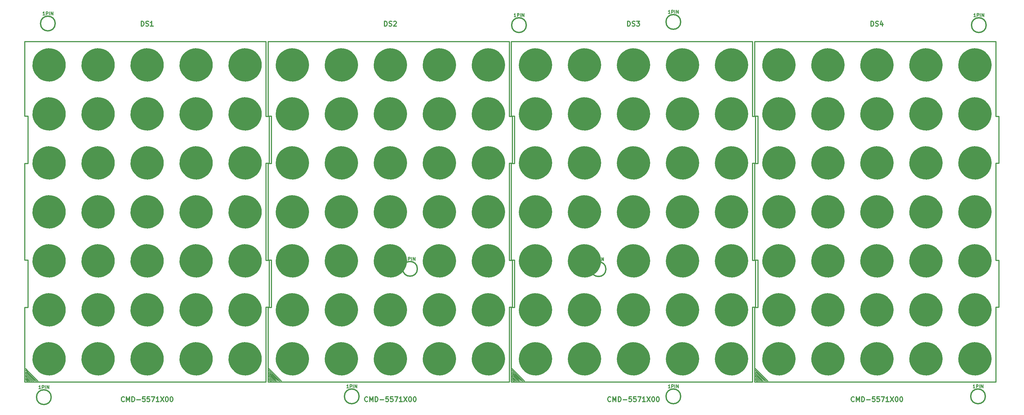
<source format=gto>
G04 (created by PCBNEW (2013-07-07 BZR 4022)-stable) date 12/25/2014 10:33:01 AM*
%MOIN*%
G04 Gerber Fmt 3.4, Leading zero omitted, Abs format*
%FSLAX34Y34*%
G01*
G70*
G90*
G04 APERTURE LIST*
%ADD10C,0.00590551*%
%ADD11C,0.015*%
%ADD12C,0.011811*%
%ADD13C,0.0393701*%
%ADD14C,0.393701*%
%ADD15C,0.01*%
G04 APERTURE END LIST*
G54D10*
G54D11*
X94108Y-54301D02*
G75*
G03X94108Y-54301I-900J0D01*
G74*
G01*
X71027Y-54261D02*
G75*
G03X71027Y-54261I-900J0D01*
G74*
G01*
X140565Y-69881D02*
G75*
G03X140565Y-69881I-900J0D01*
G74*
G01*
X26687Y-24212D02*
G75*
G03X26687Y-24212I-900J0D01*
G74*
G01*
X140663Y-24409D02*
G75*
G03X140663Y-24409I-900J0D01*
G74*
G01*
X84364Y-24409D02*
G75*
G03X84364Y-24409I-900J0D01*
G74*
G01*
X26195Y-69980D02*
G75*
G03X26195Y-69980I-900J0D01*
G74*
G01*
X63892Y-69881D02*
G75*
G03X63892Y-69881I-900J0D01*
G74*
G01*
G54D12*
X23120Y-67509D02*
X23090Y-67480D01*
X23159Y-67352D02*
X23100Y-67293D01*
X23179Y-67185D02*
X23090Y-67096D01*
X23228Y-67037D02*
X23110Y-66919D01*
X23287Y-66909D02*
X23090Y-66712D01*
X23307Y-66732D02*
X23090Y-66515D01*
X52893Y-58976D02*
X52500Y-58976D01*
X52500Y-53228D02*
X52893Y-53228D01*
X52893Y-41338D02*
X52500Y-41338D01*
X52893Y-35590D02*
X52500Y-35590D01*
X23366Y-59015D02*
X22972Y-59015D01*
X22972Y-53188D02*
X23366Y-53188D01*
X22972Y-41377D02*
X23366Y-41377D01*
X22972Y-35551D02*
X23366Y-35551D01*
X24566Y-67992D02*
X23307Y-66732D01*
X23267Y-66889D02*
X24370Y-67992D01*
X23090Y-67874D02*
X23248Y-68031D01*
X23425Y-68011D02*
X23110Y-67696D01*
X23129Y-67519D02*
X23602Y-67992D01*
X23799Y-67992D02*
X23169Y-67362D01*
X23228Y-67037D02*
X24173Y-67982D01*
X23986Y-67992D02*
X23198Y-67204D01*
X52500Y-68149D02*
X52500Y-58976D01*
X52500Y-53228D02*
X52500Y-41338D01*
X52500Y-35590D02*
X52500Y-26417D01*
X23366Y-41377D02*
X23366Y-35551D01*
X23366Y-59015D02*
X23366Y-53188D01*
X22972Y-41377D02*
X22972Y-53188D01*
X22972Y-59015D02*
X22972Y-68149D01*
X22972Y-26417D02*
X22972Y-35551D01*
X52893Y-35590D02*
X52893Y-41338D01*
X52893Y-53228D02*
X52893Y-58976D01*
G54D13*
X26720Y-65283D02*
G75*
G03X26720Y-65283I-787J0D01*
G74*
G01*
X26366Y-65283D02*
G75*
G03X26366Y-65283I-433J0D01*
G74*
G01*
G54D14*
X26011Y-65283D02*
G75*
G03X26011Y-65283I-78J0D01*
G74*
G01*
X32011Y-65283D02*
G75*
G03X32011Y-65283I-78J0D01*
G74*
G01*
G54D13*
X32366Y-65283D02*
G75*
G03X32366Y-65283I-433J0D01*
G74*
G01*
X32720Y-65283D02*
G75*
G03X32720Y-65283I-787J0D01*
G74*
G01*
G54D14*
X50011Y-65283D02*
G75*
G03X50011Y-65283I-78J0D01*
G74*
G01*
G54D13*
X50366Y-65283D02*
G75*
G03X50366Y-65283I-433J0D01*
G74*
G01*
X50720Y-65283D02*
G75*
G03X50720Y-65283I-787J0D01*
G74*
G01*
X44720Y-65283D02*
G75*
G03X44720Y-65283I-787J0D01*
G74*
G01*
X44366Y-65283D02*
G75*
G03X44366Y-65283I-433J0D01*
G74*
G01*
G54D14*
X44011Y-65283D02*
G75*
G03X44011Y-65283I-78J0D01*
G74*
G01*
X38011Y-65283D02*
G75*
G03X38011Y-65283I-78J0D01*
G74*
G01*
G54D13*
X38366Y-65283D02*
G75*
G03X38366Y-65283I-433J0D01*
G74*
G01*
X38720Y-65283D02*
G75*
G03X38720Y-65283I-787J0D01*
G74*
G01*
X26720Y-59283D02*
G75*
G03X26720Y-59283I-787J0D01*
G74*
G01*
X26366Y-59283D02*
G75*
G03X26366Y-59283I-433J0D01*
G74*
G01*
G54D14*
X26011Y-59283D02*
G75*
G03X26011Y-59283I-78J0D01*
G74*
G01*
X32011Y-59283D02*
G75*
G03X32011Y-59283I-78J0D01*
G74*
G01*
G54D13*
X32366Y-59283D02*
G75*
G03X32366Y-59283I-433J0D01*
G74*
G01*
X32720Y-59283D02*
G75*
G03X32720Y-59283I-787J0D01*
G74*
G01*
G54D14*
X50011Y-59283D02*
G75*
G03X50011Y-59283I-78J0D01*
G74*
G01*
G54D13*
X50366Y-59283D02*
G75*
G03X50366Y-59283I-433J0D01*
G74*
G01*
X50720Y-59283D02*
G75*
G03X50720Y-59283I-787J0D01*
G74*
G01*
X44720Y-59283D02*
G75*
G03X44720Y-59283I-787J0D01*
G74*
G01*
X44366Y-59283D02*
G75*
G03X44366Y-59283I-433J0D01*
G74*
G01*
G54D14*
X44011Y-59283D02*
G75*
G03X44011Y-59283I-78J0D01*
G74*
G01*
X38011Y-59283D02*
G75*
G03X38011Y-59283I-78J0D01*
G74*
G01*
G54D13*
X38366Y-59283D02*
G75*
G03X38366Y-59283I-433J0D01*
G74*
G01*
X38720Y-59283D02*
G75*
G03X38720Y-59283I-787J0D01*
G74*
G01*
X38720Y-53283D02*
G75*
G03X38720Y-53283I-787J0D01*
G74*
G01*
X38366Y-53283D02*
G75*
G03X38366Y-53283I-433J0D01*
G74*
G01*
G54D14*
X38011Y-53283D02*
G75*
G03X38011Y-53283I-78J0D01*
G74*
G01*
X44011Y-53283D02*
G75*
G03X44011Y-53283I-78J0D01*
G74*
G01*
G54D13*
X44366Y-53283D02*
G75*
G03X44366Y-53283I-433J0D01*
G74*
G01*
X44720Y-53283D02*
G75*
G03X44720Y-53283I-787J0D01*
G74*
G01*
X50720Y-53283D02*
G75*
G03X50720Y-53283I-787J0D01*
G74*
G01*
X50366Y-53283D02*
G75*
G03X50366Y-53283I-433J0D01*
G74*
G01*
G54D14*
X50011Y-53283D02*
G75*
G03X50011Y-53283I-78J0D01*
G74*
G01*
G54D13*
X32720Y-53283D02*
G75*
G03X32720Y-53283I-787J0D01*
G74*
G01*
X32366Y-53283D02*
G75*
G03X32366Y-53283I-433J0D01*
G74*
G01*
G54D14*
X32011Y-53283D02*
G75*
G03X32011Y-53283I-78J0D01*
G74*
G01*
X26011Y-53283D02*
G75*
G03X26011Y-53283I-78J0D01*
G74*
G01*
G54D13*
X26366Y-53283D02*
G75*
G03X26366Y-53283I-433J0D01*
G74*
G01*
X26720Y-53283D02*
G75*
G03X26720Y-53283I-787J0D01*
G74*
G01*
X38720Y-29283D02*
G75*
G03X38720Y-29283I-787J0D01*
G74*
G01*
X38366Y-29283D02*
G75*
G03X38366Y-29283I-433J0D01*
G74*
G01*
G54D14*
X38011Y-29283D02*
G75*
G03X38011Y-29283I-78J0D01*
G74*
G01*
X44011Y-29283D02*
G75*
G03X44011Y-29283I-78J0D01*
G74*
G01*
G54D13*
X44366Y-29283D02*
G75*
G03X44366Y-29283I-433J0D01*
G74*
G01*
X44720Y-29283D02*
G75*
G03X44720Y-29283I-787J0D01*
G74*
G01*
X50720Y-29283D02*
G75*
G03X50720Y-29283I-787J0D01*
G74*
G01*
X50366Y-29283D02*
G75*
G03X50366Y-29283I-433J0D01*
G74*
G01*
G54D14*
X50011Y-29283D02*
G75*
G03X50011Y-29283I-78J0D01*
G74*
G01*
G54D13*
X32720Y-29283D02*
G75*
G03X32720Y-29283I-787J0D01*
G74*
G01*
X32366Y-29283D02*
G75*
G03X32366Y-29283I-433J0D01*
G74*
G01*
G54D14*
X32011Y-29283D02*
G75*
G03X32011Y-29283I-78J0D01*
G74*
G01*
X26011Y-29283D02*
G75*
G03X26011Y-29283I-78J0D01*
G74*
G01*
G54D13*
X26366Y-29283D02*
G75*
G03X26366Y-29283I-433J0D01*
G74*
G01*
X26720Y-29283D02*
G75*
G03X26720Y-29283I-787J0D01*
G74*
G01*
X38720Y-35283D02*
G75*
G03X38720Y-35283I-787J0D01*
G74*
G01*
X38366Y-35283D02*
G75*
G03X38366Y-35283I-433J0D01*
G74*
G01*
G54D14*
X38011Y-35283D02*
G75*
G03X38011Y-35283I-78J0D01*
G74*
G01*
X44011Y-35283D02*
G75*
G03X44011Y-35283I-78J0D01*
G74*
G01*
G54D13*
X44366Y-35283D02*
G75*
G03X44366Y-35283I-433J0D01*
G74*
G01*
X44720Y-35283D02*
G75*
G03X44720Y-35283I-787J0D01*
G74*
G01*
X50720Y-35283D02*
G75*
G03X50720Y-35283I-787J0D01*
G74*
G01*
X50366Y-35283D02*
G75*
G03X50366Y-35283I-433J0D01*
G74*
G01*
G54D14*
X50011Y-35283D02*
G75*
G03X50011Y-35283I-78J0D01*
G74*
G01*
G54D13*
X38720Y-41283D02*
G75*
G03X38720Y-41283I-787J0D01*
G74*
G01*
X38366Y-41283D02*
G75*
G03X38366Y-41283I-433J0D01*
G74*
G01*
G54D14*
X38011Y-41283D02*
G75*
G03X38011Y-41283I-78J0D01*
G74*
G01*
X32011Y-41283D02*
G75*
G03X32011Y-41283I-78J0D01*
G74*
G01*
G54D13*
X32366Y-41283D02*
G75*
G03X32366Y-41283I-433J0D01*
G74*
G01*
X32720Y-41283D02*
G75*
G03X32720Y-41283I-787J0D01*
G74*
G01*
X44720Y-41283D02*
G75*
G03X44720Y-41283I-787J0D01*
G74*
G01*
X44366Y-41283D02*
G75*
G03X44366Y-41283I-433J0D01*
G74*
G01*
G54D14*
X44011Y-41283D02*
G75*
G03X44011Y-41283I-78J0D01*
G74*
G01*
X50011Y-41283D02*
G75*
G03X50011Y-41283I-78J0D01*
G74*
G01*
G54D13*
X50366Y-41283D02*
G75*
G03X50366Y-41283I-433J0D01*
G74*
G01*
X50720Y-41283D02*
G75*
G03X50720Y-41283I-787J0D01*
G74*
G01*
X26720Y-35283D02*
G75*
G03X26720Y-35283I-787J0D01*
G74*
G01*
X26366Y-35283D02*
G75*
G03X26366Y-35283I-433J0D01*
G74*
G01*
G54D14*
X26011Y-35283D02*
G75*
G03X26011Y-35283I-78J0D01*
G74*
G01*
G54D13*
X32720Y-35283D02*
G75*
G03X32720Y-35283I-787J0D01*
G74*
G01*
X32366Y-35283D02*
G75*
G03X32366Y-35283I-433J0D01*
G74*
G01*
G54D14*
X32011Y-35283D02*
G75*
G03X32011Y-35283I-78J0D01*
G74*
G01*
X26011Y-41283D02*
G75*
G03X26011Y-41283I-78J0D01*
G74*
G01*
G54D13*
X26366Y-41283D02*
G75*
G03X26366Y-41283I-433J0D01*
G74*
G01*
X26720Y-41283D02*
G75*
G03X26720Y-41283I-787J0D01*
G74*
G01*
X26720Y-47283D02*
G75*
G03X26720Y-47283I-787J0D01*
G74*
G01*
X26366Y-47283D02*
G75*
G03X26366Y-47283I-433J0D01*
G74*
G01*
G54D14*
X26011Y-47283D02*
G75*
G03X26011Y-47283I-78J0D01*
G74*
G01*
X32011Y-47283D02*
G75*
G03X32011Y-47283I-78J0D01*
G74*
G01*
G54D13*
X32366Y-47283D02*
G75*
G03X32366Y-47283I-433J0D01*
G74*
G01*
X32720Y-47283D02*
G75*
G03X32720Y-47283I-787J0D01*
G74*
G01*
G54D14*
X50011Y-47283D02*
G75*
G03X50011Y-47283I-78J0D01*
G74*
G01*
G54D13*
X50366Y-47283D02*
G75*
G03X50366Y-47283I-433J0D01*
G74*
G01*
X50720Y-47283D02*
G75*
G03X50720Y-47283I-787J0D01*
G74*
G01*
X44720Y-47283D02*
G75*
G03X44720Y-47283I-787J0D01*
G74*
G01*
X44366Y-47283D02*
G75*
G03X44366Y-47283I-433J0D01*
G74*
G01*
G54D14*
X44011Y-47283D02*
G75*
G03X44011Y-47283I-78J0D01*
G74*
G01*
X38011Y-47283D02*
G75*
G03X38011Y-47283I-78J0D01*
G74*
G01*
G54D13*
X38366Y-47283D02*
G75*
G03X38366Y-47283I-433J0D01*
G74*
G01*
X38720Y-47283D02*
G75*
G03X38720Y-47283I-787J0D01*
G74*
G01*
G54D12*
X22972Y-68149D02*
X52500Y-68149D01*
X52500Y-26417D02*
X22972Y-26417D01*
X52903Y-67509D02*
X52874Y-67480D01*
X52942Y-67352D02*
X52883Y-67293D01*
X52962Y-67185D02*
X52874Y-67096D01*
X53011Y-67037D02*
X52893Y-66919D01*
X53070Y-66909D02*
X52874Y-66712D01*
X53090Y-66732D02*
X52874Y-66515D01*
X82677Y-58976D02*
X82283Y-58976D01*
X82283Y-53228D02*
X82677Y-53228D01*
X82677Y-41338D02*
X82283Y-41338D01*
X82677Y-35590D02*
X82283Y-35590D01*
X53149Y-59015D02*
X52755Y-59015D01*
X52755Y-53188D02*
X53149Y-53188D01*
X52755Y-41377D02*
X53149Y-41377D01*
X52755Y-35551D02*
X53149Y-35551D01*
X54350Y-67992D02*
X53090Y-66732D01*
X53051Y-66889D02*
X54153Y-67992D01*
X52874Y-67874D02*
X53031Y-68031D01*
X53208Y-68011D02*
X52893Y-67696D01*
X52913Y-67519D02*
X53385Y-67992D01*
X53582Y-67992D02*
X52952Y-67362D01*
X53011Y-67037D02*
X53956Y-67982D01*
X53769Y-67992D02*
X52982Y-67204D01*
X82283Y-68149D02*
X82283Y-58976D01*
X82283Y-53228D02*
X82283Y-41338D01*
X82283Y-35590D02*
X82283Y-26417D01*
X53149Y-41377D02*
X53149Y-35551D01*
X53149Y-59015D02*
X53149Y-53188D01*
X52755Y-41377D02*
X52755Y-53188D01*
X52755Y-59015D02*
X52755Y-68149D01*
X52755Y-26417D02*
X52755Y-35551D01*
X82677Y-35590D02*
X82677Y-41338D01*
X82677Y-53228D02*
X82677Y-58976D01*
G54D13*
X56503Y-65283D02*
G75*
G03X56503Y-65283I-787J0D01*
G74*
G01*
X56149Y-65283D02*
G75*
G03X56149Y-65283I-433J0D01*
G74*
G01*
G54D14*
X55795Y-65283D02*
G75*
G03X55795Y-65283I-78J0D01*
G74*
G01*
X61795Y-65283D02*
G75*
G03X61795Y-65283I-78J0D01*
G74*
G01*
G54D13*
X62149Y-65283D02*
G75*
G03X62149Y-65283I-433J0D01*
G74*
G01*
X62503Y-65283D02*
G75*
G03X62503Y-65283I-787J0D01*
G74*
G01*
G54D14*
X79795Y-65283D02*
G75*
G03X79795Y-65283I-78J0D01*
G74*
G01*
G54D13*
X80149Y-65283D02*
G75*
G03X80149Y-65283I-433J0D01*
G74*
G01*
X80503Y-65283D02*
G75*
G03X80503Y-65283I-787J0D01*
G74*
G01*
X74503Y-65283D02*
G75*
G03X74503Y-65283I-787J0D01*
G74*
G01*
X74149Y-65283D02*
G75*
G03X74149Y-65283I-433J0D01*
G74*
G01*
G54D14*
X73795Y-65283D02*
G75*
G03X73795Y-65283I-78J0D01*
G74*
G01*
X67795Y-65283D02*
G75*
G03X67795Y-65283I-78J0D01*
G74*
G01*
G54D13*
X68149Y-65283D02*
G75*
G03X68149Y-65283I-433J0D01*
G74*
G01*
X68503Y-65283D02*
G75*
G03X68503Y-65283I-787J0D01*
G74*
G01*
X56503Y-59283D02*
G75*
G03X56503Y-59283I-787J0D01*
G74*
G01*
X56149Y-59283D02*
G75*
G03X56149Y-59283I-433J0D01*
G74*
G01*
G54D14*
X55795Y-59283D02*
G75*
G03X55795Y-59283I-78J0D01*
G74*
G01*
X61795Y-59283D02*
G75*
G03X61795Y-59283I-78J0D01*
G74*
G01*
G54D13*
X62149Y-59283D02*
G75*
G03X62149Y-59283I-433J0D01*
G74*
G01*
X62503Y-59283D02*
G75*
G03X62503Y-59283I-787J0D01*
G74*
G01*
G54D14*
X79795Y-59283D02*
G75*
G03X79795Y-59283I-78J0D01*
G74*
G01*
G54D13*
X80149Y-59283D02*
G75*
G03X80149Y-59283I-433J0D01*
G74*
G01*
X80503Y-59283D02*
G75*
G03X80503Y-59283I-787J0D01*
G74*
G01*
X74503Y-59283D02*
G75*
G03X74503Y-59283I-787J0D01*
G74*
G01*
X74149Y-59283D02*
G75*
G03X74149Y-59283I-433J0D01*
G74*
G01*
G54D14*
X73795Y-59283D02*
G75*
G03X73795Y-59283I-78J0D01*
G74*
G01*
X67795Y-59283D02*
G75*
G03X67795Y-59283I-78J0D01*
G74*
G01*
G54D13*
X68149Y-59283D02*
G75*
G03X68149Y-59283I-433J0D01*
G74*
G01*
X68503Y-59283D02*
G75*
G03X68503Y-59283I-787J0D01*
G74*
G01*
X68503Y-53283D02*
G75*
G03X68503Y-53283I-787J0D01*
G74*
G01*
X68149Y-53283D02*
G75*
G03X68149Y-53283I-433J0D01*
G74*
G01*
G54D14*
X67795Y-53283D02*
G75*
G03X67795Y-53283I-78J0D01*
G74*
G01*
X73795Y-53283D02*
G75*
G03X73795Y-53283I-78J0D01*
G74*
G01*
G54D13*
X74149Y-53283D02*
G75*
G03X74149Y-53283I-433J0D01*
G74*
G01*
X74503Y-53283D02*
G75*
G03X74503Y-53283I-787J0D01*
G74*
G01*
X80503Y-53283D02*
G75*
G03X80503Y-53283I-787J0D01*
G74*
G01*
X80149Y-53283D02*
G75*
G03X80149Y-53283I-433J0D01*
G74*
G01*
G54D14*
X79795Y-53283D02*
G75*
G03X79795Y-53283I-78J0D01*
G74*
G01*
G54D13*
X62503Y-53283D02*
G75*
G03X62503Y-53283I-787J0D01*
G74*
G01*
X62149Y-53283D02*
G75*
G03X62149Y-53283I-433J0D01*
G74*
G01*
G54D14*
X61795Y-53283D02*
G75*
G03X61795Y-53283I-78J0D01*
G74*
G01*
X55795Y-53283D02*
G75*
G03X55795Y-53283I-78J0D01*
G74*
G01*
G54D13*
X56149Y-53283D02*
G75*
G03X56149Y-53283I-433J0D01*
G74*
G01*
X56503Y-53283D02*
G75*
G03X56503Y-53283I-787J0D01*
G74*
G01*
X68503Y-29283D02*
G75*
G03X68503Y-29283I-787J0D01*
G74*
G01*
X68149Y-29283D02*
G75*
G03X68149Y-29283I-433J0D01*
G74*
G01*
G54D14*
X67795Y-29283D02*
G75*
G03X67795Y-29283I-78J0D01*
G74*
G01*
X73795Y-29283D02*
G75*
G03X73795Y-29283I-78J0D01*
G74*
G01*
G54D13*
X74149Y-29283D02*
G75*
G03X74149Y-29283I-433J0D01*
G74*
G01*
X74503Y-29283D02*
G75*
G03X74503Y-29283I-787J0D01*
G74*
G01*
X80503Y-29283D02*
G75*
G03X80503Y-29283I-787J0D01*
G74*
G01*
X80149Y-29283D02*
G75*
G03X80149Y-29283I-433J0D01*
G74*
G01*
G54D14*
X79795Y-29283D02*
G75*
G03X79795Y-29283I-78J0D01*
G74*
G01*
G54D13*
X62503Y-29283D02*
G75*
G03X62503Y-29283I-787J0D01*
G74*
G01*
X62149Y-29283D02*
G75*
G03X62149Y-29283I-433J0D01*
G74*
G01*
G54D14*
X61795Y-29283D02*
G75*
G03X61795Y-29283I-78J0D01*
G74*
G01*
X55795Y-29283D02*
G75*
G03X55795Y-29283I-78J0D01*
G74*
G01*
G54D13*
X56149Y-29283D02*
G75*
G03X56149Y-29283I-433J0D01*
G74*
G01*
X56503Y-29283D02*
G75*
G03X56503Y-29283I-787J0D01*
G74*
G01*
X68503Y-35283D02*
G75*
G03X68503Y-35283I-787J0D01*
G74*
G01*
X68149Y-35283D02*
G75*
G03X68149Y-35283I-433J0D01*
G74*
G01*
G54D14*
X67795Y-35283D02*
G75*
G03X67795Y-35283I-78J0D01*
G74*
G01*
X73795Y-35283D02*
G75*
G03X73795Y-35283I-78J0D01*
G74*
G01*
G54D13*
X74149Y-35283D02*
G75*
G03X74149Y-35283I-433J0D01*
G74*
G01*
X74503Y-35283D02*
G75*
G03X74503Y-35283I-787J0D01*
G74*
G01*
X80503Y-35283D02*
G75*
G03X80503Y-35283I-787J0D01*
G74*
G01*
X80149Y-35283D02*
G75*
G03X80149Y-35283I-433J0D01*
G74*
G01*
G54D14*
X79795Y-35283D02*
G75*
G03X79795Y-35283I-78J0D01*
G74*
G01*
G54D13*
X68503Y-41283D02*
G75*
G03X68503Y-41283I-787J0D01*
G74*
G01*
X68149Y-41283D02*
G75*
G03X68149Y-41283I-433J0D01*
G74*
G01*
G54D14*
X67795Y-41283D02*
G75*
G03X67795Y-41283I-78J0D01*
G74*
G01*
X61795Y-41283D02*
G75*
G03X61795Y-41283I-78J0D01*
G74*
G01*
G54D13*
X62149Y-41283D02*
G75*
G03X62149Y-41283I-433J0D01*
G74*
G01*
X62503Y-41283D02*
G75*
G03X62503Y-41283I-787J0D01*
G74*
G01*
X74503Y-41283D02*
G75*
G03X74503Y-41283I-787J0D01*
G74*
G01*
X74149Y-41283D02*
G75*
G03X74149Y-41283I-433J0D01*
G74*
G01*
G54D14*
X73795Y-41283D02*
G75*
G03X73795Y-41283I-78J0D01*
G74*
G01*
X79795Y-41283D02*
G75*
G03X79795Y-41283I-78J0D01*
G74*
G01*
G54D13*
X80149Y-41283D02*
G75*
G03X80149Y-41283I-433J0D01*
G74*
G01*
X80503Y-41283D02*
G75*
G03X80503Y-41283I-787J0D01*
G74*
G01*
X56503Y-35283D02*
G75*
G03X56503Y-35283I-787J0D01*
G74*
G01*
X56149Y-35283D02*
G75*
G03X56149Y-35283I-433J0D01*
G74*
G01*
G54D14*
X55795Y-35283D02*
G75*
G03X55795Y-35283I-78J0D01*
G74*
G01*
G54D13*
X62503Y-35283D02*
G75*
G03X62503Y-35283I-787J0D01*
G74*
G01*
X62149Y-35283D02*
G75*
G03X62149Y-35283I-433J0D01*
G74*
G01*
G54D14*
X61795Y-35283D02*
G75*
G03X61795Y-35283I-78J0D01*
G74*
G01*
X55795Y-41283D02*
G75*
G03X55795Y-41283I-78J0D01*
G74*
G01*
G54D13*
X56149Y-41283D02*
G75*
G03X56149Y-41283I-433J0D01*
G74*
G01*
X56503Y-41283D02*
G75*
G03X56503Y-41283I-787J0D01*
G74*
G01*
X56503Y-47283D02*
G75*
G03X56503Y-47283I-787J0D01*
G74*
G01*
X56149Y-47283D02*
G75*
G03X56149Y-47283I-433J0D01*
G74*
G01*
G54D14*
X55795Y-47283D02*
G75*
G03X55795Y-47283I-78J0D01*
G74*
G01*
X61795Y-47283D02*
G75*
G03X61795Y-47283I-78J0D01*
G74*
G01*
G54D13*
X62149Y-47283D02*
G75*
G03X62149Y-47283I-433J0D01*
G74*
G01*
X62503Y-47283D02*
G75*
G03X62503Y-47283I-787J0D01*
G74*
G01*
G54D14*
X79795Y-47283D02*
G75*
G03X79795Y-47283I-78J0D01*
G74*
G01*
G54D13*
X80149Y-47283D02*
G75*
G03X80149Y-47283I-433J0D01*
G74*
G01*
X80503Y-47283D02*
G75*
G03X80503Y-47283I-787J0D01*
G74*
G01*
X74503Y-47283D02*
G75*
G03X74503Y-47283I-787J0D01*
G74*
G01*
X74149Y-47283D02*
G75*
G03X74149Y-47283I-433J0D01*
G74*
G01*
G54D14*
X73795Y-47283D02*
G75*
G03X73795Y-47283I-78J0D01*
G74*
G01*
X67795Y-47283D02*
G75*
G03X67795Y-47283I-78J0D01*
G74*
G01*
G54D13*
X68149Y-47283D02*
G75*
G03X68149Y-47283I-433J0D01*
G74*
G01*
X68503Y-47283D02*
G75*
G03X68503Y-47283I-787J0D01*
G74*
G01*
G54D12*
X52755Y-68149D02*
X82283Y-68149D01*
X82283Y-26417D02*
X52755Y-26417D01*
X82667Y-67509D02*
X82637Y-67480D01*
X82706Y-67352D02*
X82647Y-67293D01*
X82726Y-67185D02*
X82637Y-67096D01*
X82775Y-67037D02*
X82657Y-66919D01*
X82834Y-66909D02*
X82637Y-66712D01*
X82854Y-66732D02*
X82637Y-66515D01*
X112440Y-58976D02*
X112047Y-58976D01*
X112047Y-53228D02*
X112440Y-53228D01*
X112440Y-41338D02*
X112047Y-41338D01*
X112440Y-35590D02*
X112047Y-35590D01*
X82913Y-59015D02*
X82519Y-59015D01*
X82519Y-53188D02*
X82913Y-53188D01*
X82519Y-41377D02*
X82913Y-41377D01*
X82519Y-35551D02*
X82913Y-35551D01*
X84114Y-67992D02*
X82854Y-66732D01*
X82814Y-66889D02*
X83917Y-67992D01*
X82637Y-67874D02*
X82795Y-68031D01*
X82972Y-68011D02*
X82657Y-67696D01*
X82677Y-67519D02*
X83149Y-67992D01*
X83346Y-67992D02*
X82716Y-67362D01*
X82775Y-67037D02*
X83720Y-67982D01*
X83533Y-67992D02*
X82746Y-67204D01*
X112047Y-68149D02*
X112047Y-58976D01*
X112047Y-53228D02*
X112047Y-41338D01*
X112047Y-35590D02*
X112047Y-26417D01*
X82913Y-41377D02*
X82913Y-35551D01*
X82913Y-59015D02*
X82913Y-53188D01*
X82519Y-41377D02*
X82519Y-53188D01*
X82519Y-59015D02*
X82519Y-68149D01*
X82519Y-26417D02*
X82519Y-35551D01*
X112440Y-35590D02*
X112440Y-41338D01*
X112440Y-53228D02*
X112440Y-58976D01*
G54D13*
X86267Y-65283D02*
G75*
G03X86267Y-65283I-787J0D01*
G74*
G01*
X85913Y-65283D02*
G75*
G03X85913Y-65283I-433J0D01*
G74*
G01*
G54D14*
X85559Y-65283D02*
G75*
G03X85559Y-65283I-78J0D01*
G74*
G01*
X91559Y-65283D02*
G75*
G03X91559Y-65283I-78J0D01*
G74*
G01*
G54D13*
X91913Y-65283D02*
G75*
G03X91913Y-65283I-433J0D01*
G74*
G01*
X92267Y-65283D02*
G75*
G03X92267Y-65283I-787J0D01*
G74*
G01*
G54D14*
X109559Y-65283D02*
G75*
G03X109559Y-65283I-78J0D01*
G74*
G01*
G54D13*
X109913Y-65283D02*
G75*
G03X109913Y-65283I-433J0D01*
G74*
G01*
X110267Y-65283D02*
G75*
G03X110267Y-65283I-787J0D01*
G74*
G01*
X104267Y-65283D02*
G75*
G03X104267Y-65283I-787J0D01*
G74*
G01*
X103913Y-65283D02*
G75*
G03X103913Y-65283I-433J0D01*
G74*
G01*
G54D14*
X103559Y-65283D02*
G75*
G03X103559Y-65283I-78J0D01*
G74*
G01*
X97559Y-65283D02*
G75*
G03X97559Y-65283I-78J0D01*
G74*
G01*
G54D13*
X97913Y-65283D02*
G75*
G03X97913Y-65283I-433J0D01*
G74*
G01*
X98267Y-65283D02*
G75*
G03X98267Y-65283I-787J0D01*
G74*
G01*
X86267Y-59283D02*
G75*
G03X86267Y-59283I-787J0D01*
G74*
G01*
X85913Y-59283D02*
G75*
G03X85913Y-59283I-433J0D01*
G74*
G01*
G54D14*
X85559Y-59283D02*
G75*
G03X85559Y-59283I-78J0D01*
G74*
G01*
X91559Y-59283D02*
G75*
G03X91559Y-59283I-78J0D01*
G74*
G01*
G54D13*
X91913Y-59283D02*
G75*
G03X91913Y-59283I-433J0D01*
G74*
G01*
X92267Y-59283D02*
G75*
G03X92267Y-59283I-787J0D01*
G74*
G01*
G54D14*
X109559Y-59283D02*
G75*
G03X109559Y-59283I-78J0D01*
G74*
G01*
G54D13*
X109913Y-59283D02*
G75*
G03X109913Y-59283I-433J0D01*
G74*
G01*
X110267Y-59283D02*
G75*
G03X110267Y-59283I-787J0D01*
G74*
G01*
X104267Y-59283D02*
G75*
G03X104267Y-59283I-787J0D01*
G74*
G01*
X103913Y-59283D02*
G75*
G03X103913Y-59283I-433J0D01*
G74*
G01*
G54D14*
X103559Y-59283D02*
G75*
G03X103559Y-59283I-78J0D01*
G74*
G01*
X97559Y-59283D02*
G75*
G03X97559Y-59283I-78J0D01*
G74*
G01*
G54D13*
X97913Y-59283D02*
G75*
G03X97913Y-59283I-433J0D01*
G74*
G01*
X98267Y-59283D02*
G75*
G03X98267Y-59283I-787J0D01*
G74*
G01*
X98267Y-53283D02*
G75*
G03X98267Y-53283I-787J0D01*
G74*
G01*
X97913Y-53283D02*
G75*
G03X97913Y-53283I-433J0D01*
G74*
G01*
G54D14*
X97559Y-53283D02*
G75*
G03X97559Y-53283I-78J0D01*
G74*
G01*
X103559Y-53283D02*
G75*
G03X103559Y-53283I-78J0D01*
G74*
G01*
G54D13*
X103913Y-53283D02*
G75*
G03X103913Y-53283I-433J0D01*
G74*
G01*
X104267Y-53283D02*
G75*
G03X104267Y-53283I-787J0D01*
G74*
G01*
X110267Y-53283D02*
G75*
G03X110267Y-53283I-787J0D01*
G74*
G01*
X109913Y-53283D02*
G75*
G03X109913Y-53283I-433J0D01*
G74*
G01*
G54D14*
X109559Y-53283D02*
G75*
G03X109559Y-53283I-78J0D01*
G74*
G01*
G54D13*
X92267Y-53283D02*
G75*
G03X92267Y-53283I-787J0D01*
G74*
G01*
X91913Y-53283D02*
G75*
G03X91913Y-53283I-433J0D01*
G74*
G01*
G54D14*
X91559Y-53283D02*
G75*
G03X91559Y-53283I-78J0D01*
G74*
G01*
X85559Y-53283D02*
G75*
G03X85559Y-53283I-78J0D01*
G74*
G01*
G54D13*
X85913Y-53283D02*
G75*
G03X85913Y-53283I-433J0D01*
G74*
G01*
X86267Y-53283D02*
G75*
G03X86267Y-53283I-787J0D01*
G74*
G01*
X98267Y-29283D02*
G75*
G03X98267Y-29283I-787J0D01*
G74*
G01*
X97913Y-29283D02*
G75*
G03X97913Y-29283I-433J0D01*
G74*
G01*
G54D14*
X97559Y-29283D02*
G75*
G03X97559Y-29283I-78J0D01*
G74*
G01*
X103559Y-29283D02*
G75*
G03X103559Y-29283I-78J0D01*
G74*
G01*
G54D13*
X103913Y-29283D02*
G75*
G03X103913Y-29283I-433J0D01*
G74*
G01*
X104267Y-29283D02*
G75*
G03X104267Y-29283I-787J0D01*
G74*
G01*
X110267Y-29283D02*
G75*
G03X110267Y-29283I-787J0D01*
G74*
G01*
X109913Y-29283D02*
G75*
G03X109913Y-29283I-433J0D01*
G74*
G01*
G54D14*
X109559Y-29283D02*
G75*
G03X109559Y-29283I-78J0D01*
G74*
G01*
G54D13*
X92267Y-29283D02*
G75*
G03X92267Y-29283I-787J0D01*
G74*
G01*
X91913Y-29283D02*
G75*
G03X91913Y-29283I-433J0D01*
G74*
G01*
G54D14*
X91559Y-29283D02*
G75*
G03X91559Y-29283I-78J0D01*
G74*
G01*
X85559Y-29283D02*
G75*
G03X85559Y-29283I-78J0D01*
G74*
G01*
G54D13*
X85913Y-29283D02*
G75*
G03X85913Y-29283I-433J0D01*
G74*
G01*
X86267Y-29283D02*
G75*
G03X86267Y-29283I-787J0D01*
G74*
G01*
X98267Y-35283D02*
G75*
G03X98267Y-35283I-787J0D01*
G74*
G01*
X97913Y-35283D02*
G75*
G03X97913Y-35283I-433J0D01*
G74*
G01*
G54D14*
X97559Y-35283D02*
G75*
G03X97559Y-35283I-78J0D01*
G74*
G01*
X103559Y-35283D02*
G75*
G03X103559Y-35283I-78J0D01*
G74*
G01*
G54D13*
X103913Y-35283D02*
G75*
G03X103913Y-35283I-433J0D01*
G74*
G01*
X104267Y-35283D02*
G75*
G03X104267Y-35283I-787J0D01*
G74*
G01*
X110267Y-35283D02*
G75*
G03X110267Y-35283I-787J0D01*
G74*
G01*
X109913Y-35283D02*
G75*
G03X109913Y-35283I-433J0D01*
G74*
G01*
G54D14*
X109559Y-35283D02*
G75*
G03X109559Y-35283I-78J0D01*
G74*
G01*
G54D13*
X98267Y-41283D02*
G75*
G03X98267Y-41283I-787J0D01*
G74*
G01*
X97913Y-41283D02*
G75*
G03X97913Y-41283I-433J0D01*
G74*
G01*
G54D14*
X97559Y-41283D02*
G75*
G03X97559Y-41283I-78J0D01*
G74*
G01*
X91559Y-41283D02*
G75*
G03X91559Y-41283I-78J0D01*
G74*
G01*
G54D13*
X91913Y-41283D02*
G75*
G03X91913Y-41283I-433J0D01*
G74*
G01*
X92267Y-41283D02*
G75*
G03X92267Y-41283I-787J0D01*
G74*
G01*
X104267Y-41283D02*
G75*
G03X104267Y-41283I-787J0D01*
G74*
G01*
X103913Y-41283D02*
G75*
G03X103913Y-41283I-433J0D01*
G74*
G01*
G54D14*
X103559Y-41283D02*
G75*
G03X103559Y-41283I-78J0D01*
G74*
G01*
X109559Y-41283D02*
G75*
G03X109559Y-41283I-78J0D01*
G74*
G01*
G54D13*
X109913Y-41283D02*
G75*
G03X109913Y-41283I-433J0D01*
G74*
G01*
X110267Y-41283D02*
G75*
G03X110267Y-41283I-787J0D01*
G74*
G01*
X86267Y-35283D02*
G75*
G03X86267Y-35283I-787J0D01*
G74*
G01*
X85913Y-35283D02*
G75*
G03X85913Y-35283I-433J0D01*
G74*
G01*
G54D14*
X85559Y-35283D02*
G75*
G03X85559Y-35283I-78J0D01*
G74*
G01*
G54D13*
X92267Y-35283D02*
G75*
G03X92267Y-35283I-787J0D01*
G74*
G01*
X91913Y-35283D02*
G75*
G03X91913Y-35283I-433J0D01*
G74*
G01*
G54D14*
X91559Y-35283D02*
G75*
G03X91559Y-35283I-78J0D01*
G74*
G01*
X85559Y-41283D02*
G75*
G03X85559Y-41283I-78J0D01*
G74*
G01*
G54D13*
X85913Y-41283D02*
G75*
G03X85913Y-41283I-433J0D01*
G74*
G01*
X86267Y-41283D02*
G75*
G03X86267Y-41283I-787J0D01*
G74*
G01*
X86267Y-47283D02*
G75*
G03X86267Y-47283I-787J0D01*
G74*
G01*
X85913Y-47283D02*
G75*
G03X85913Y-47283I-433J0D01*
G74*
G01*
G54D14*
X85559Y-47283D02*
G75*
G03X85559Y-47283I-78J0D01*
G74*
G01*
X91559Y-47283D02*
G75*
G03X91559Y-47283I-78J0D01*
G74*
G01*
G54D13*
X91913Y-47283D02*
G75*
G03X91913Y-47283I-433J0D01*
G74*
G01*
X92267Y-47283D02*
G75*
G03X92267Y-47283I-787J0D01*
G74*
G01*
G54D14*
X109559Y-47283D02*
G75*
G03X109559Y-47283I-78J0D01*
G74*
G01*
G54D13*
X109913Y-47283D02*
G75*
G03X109913Y-47283I-433J0D01*
G74*
G01*
X110267Y-47283D02*
G75*
G03X110267Y-47283I-787J0D01*
G74*
G01*
X104267Y-47283D02*
G75*
G03X104267Y-47283I-787J0D01*
G74*
G01*
X103913Y-47283D02*
G75*
G03X103913Y-47283I-433J0D01*
G74*
G01*
G54D14*
X103559Y-47283D02*
G75*
G03X103559Y-47283I-78J0D01*
G74*
G01*
X97559Y-47283D02*
G75*
G03X97559Y-47283I-78J0D01*
G74*
G01*
G54D13*
X97913Y-47283D02*
G75*
G03X97913Y-47283I-433J0D01*
G74*
G01*
X98267Y-47283D02*
G75*
G03X98267Y-47283I-787J0D01*
G74*
G01*
G54D12*
X82519Y-68149D02*
X112047Y-68149D01*
X112047Y-26417D02*
X82519Y-26417D01*
X112470Y-67509D02*
X112440Y-67480D01*
X112509Y-67352D02*
X112450Y-67293D01*
X112529Y-67185D02*
X112440Y-67096D01*
X112578Y-67037D02*
X112460Y-66919D01*
X112637Y-66909D02*
X112440Y-66712D01*
X112657Y-66732D02*
X112440Y-66515D01*
X142244Y-58976D02*
X141850Y-58976D01*
X141850Y-53228D02*
X142244Y-53228D01*
X142244Y-41338D02*
X141850Y-41338D01*
X142244Y-35590D02*
X141850Y-35590D01*
X112716Y-59015D02*
X112322Y-59015D01*
X112322Y-53188D02*
X112716Y-53188D01*
X112322Y-41377D02*
X112716Y-41377D01*
X112322Y-35551D02*
X112716Y-35551D01*
X113917Y-67992D02*
X112657Y-66732D01*
X112618Y-66889D02*
X113720Y-67992D01*
X112440Y-67874D02*
X112598Y-68031D01*
X112775Y-68011D02*
X112460Y-67696D01*
X112480Y-67519D02*
X112952Y-67992D01*
X113149Y-67992D02*
X112519Y-67362D01*
X112578Y-67037D02*
X113523Y-67982D01*
X113336Y-67992D02*
X112549Y-67204D01*
X141850Y-68149D02*
X141850Y-58976D01*
X141850Y-53228D02*
X141850Y-41338D01*
X141850Y-35590D02*
X141850Y-26417D01*
X112716Y-41377D02*
X112716Y-35551D01*
X112716Y-59015D02*
X112716Y-53188D01*
X112322Y-41377D02*
X112322Y-53188D01*
X112322Y-59015D02*
X112322Y-68149D01*
X112322Y-26417D02*
X112322Y-35551D01*
X142244Y-35590D02*
X142244Y-41338D01*
X142244Y-53228D02*
X142244Y-58976D01*
G54D13*
X116070Y-65283D02*
G75*
G03X116070Y-65283I-787J0D01*
G74*
G01*
X115716Y-65283D02*
G75*
G03X115716Y-65283I-433J0D01*
G74*
G01*
G54D14*
X115362Y-65283D02*
G75*
G03X115362Y-65283I-78J0D01*
G74*
G01*
X121362Y-65283D02*
G75*
G03X121362Y-65283I-78J0D01*
G74*
G01*
G54D13*
X121716Y-65283D02*
G75*
G03X121716Y-65283I-433J0D01*
G74*
G01*
X122070Y-65283D02*
G75*
G03X122070Y-65283I-787J0D01*
G74*
G01*
G54D14*
X139362Y-65283D02*
G75*
G03X139362Y-65283I-78J0D01*
G74*
G01*
G54D13*
X139716Y-65283D02*
G75*
G03X139716Y-65283I-433J0D01*
G74*
G01*
X140070Y-65283D02*
G75*
G03X140070Y-65283I-787J0D01*
G74*
G01*
X134070Y-65283D02*
G75*
G03X134070Y-65283I-787J0D01*
G74*
G01*
X133716Y-65283D02*
G75*
G03X133716Y-65283I-433J0D01*
G74*
G01*
G54D14*
X133362Y-65283D02*
G75*
G03X133362Y-65283I-78J0D01*
G74*
G01*
X127362Y-65283D02*
G75*
G03X127362Y-65283I-78J0D01*
G74*
G01*
G54D13*
X127716Y-65283D02*
G75*
G03X127716Y-65283I-433J0D01*
G74*
G01*
X128070Y-65283D02*
G75*
G03X128070Y-65283I-787J0D01*
G74*
G01*
X116070Y-59283D02*
G75*
G03X116070Y-59283I-787J0D01*
G74*
G01*
X115716Y-59283D02*
G75*
G03X115716Y-59283I-433J0D01*
G74*
G01*
G54D14*
X115362Y-59283D02*
G75*
G03X115362Y-59283I-78J0D01*
G74*
G01*
X121362Y-59283D02*
G75*
G03X121362Y-59283I-78J0D01*
G74*
G01*
G54D13*
X121716Y-59283D02*
G75*
G03X121716Y-59283I-433J0D01*
G74*
G01*
X122070Y-59283D02*
G75*
G03X122070Y-59283I-787J0D01*
G74*
G01*
G54D14*
X139362Y-59283D02*
G75*
G03X139362Y-59283I-78J0D01*
G74*
G01*
G54D13*
X139716Y-59283D02*
G75*
G03X139716Y-59283I-433J0D01*
G74*
G01*
X140070Y-59283D02*
G75*
G03X140070Y-59283I-787J0D01*
G74*
G01*
X134070Y-59283D02*
G75*
G03X134070Y-59283I-787J0D01*
G74*
G01*
X133716Y-59283D02*
G75*
G03X133716Y-59283I-433J0D01*
G74*
G01*
G54D14*
X133362Y-59283D02*
G75*
G03X133362Y-59283I-78J0D01*
G74*
G01*
X127362Y-59283D02*
G75*
G03X127362Y-59283I-78J0D01*
G74*
G01*
G54D13*
X127716Y-59283D02*
G75*
G03X127716Y-59283I-433J0D01*
G74*
G01*
X128070Y-59283D02*
G75*
G03X128070Y-59283I-787J0D01*
G74*
G01*
X128070Y-53283D02*
G75*
G03X128070Y-53283I-787J0D01*
G74*
G01*
X127716Y-53283D02*
G75*
G03X127716Y-53283I-433J0D01*
G74*
G01*
G54D14*
X127362Y-53283D02*
G75*
G03X127362Y-53283I-78J0D01*
G74*
G01*
X133362Y-53283D02*
G75*
G03X133362Y-53283I-78J0D01*
G74*
G01*
G54D13*
X133716Y-53283D02*
G75*
G03X133716Y-53283I-433J0D01*
G74*
G01*
X134070Y-53283D02*
G75*
G03X134070Y-53283I-787J0D01*
G74*
G01*
X140070Y-53283D02*
G75*
G03X140070Y-53283I-787J0D01*
G74*
G01*
X139716Y-53283D02*
G75*
G03X139716Y-53283I-433J0D01*
G74*
G01*
G54D14*
X139362Y-53283D02*
G75*
G03X139362Y-53283I-78J0D01*
G74*
G01*
G54D13*
X122070Y-53283D02*
G75*
G03X122070Y-53283I-787J0D01*
G74*
G01*
X121716Y-53283D02*
G75*
G03X121716Y-53283I-433J0D01*
G74*
G01*
G54D14*
X121362Y-53283D02*
G75*
G03X121362Y-53283I-78J0D01*
G74*
G01*
X115362Y-53283D02*
G75*
G03X115362Y-53283I-78J0D01*
G74*
G01*
G54D13*
X115716Y-53283D02*
G75*
G03X115716Y-53283I-433J0D01*
G74*
G01*
X116070Y-53283D02*
G75*
G03X116070Y-53283I-787J0D01*
G74*
G01*
X128070Y-29283D02*
G75*
G03X128070Y-29283I-787J0D01*
G74*
G01*
X127716Y-29283D02*
G75*
G03X127716Y-29283I-433J0D01*
G74*
G01*
G54D14*
X127362Y-29283D02*
G75*
G03X127362Y-29283I-78J0D01*
G74*
G01*
X133362Y-29283D02*
G75*
G03X133362Y-29283I-78J0D01*
G74*
G01*
G54D13*
X133716Y-29283D02*
G75*
G03X133716Y-29283I-433J0D01*
G74*
G01*
X134070Y-29283D02*
G75*
G03X134070Y-29283I-787J0D01*
G74*
G01*
X140070Y-29283D02*
G75*
G03X140070Y-29283I-787J0D01*
G74*
G01*
X139716Y-29283D02*
G75*
G03X139716Y-29283I-433J0D01*
G74*
G01*
G54D14*
X139362Y-29283D02*
G75*
G03X139362Y-29283I-78J0D01*
G74*
G01*
G54D13*
X122070Y-29283D02*
G75*
G03X122070Y-29283I-787J0D01*
G74*
G01*
X121716Y-29283D02*
G75*
G03X121716Y-29283I-433J0D01*
G74*
G01*
G54D14*
X121362Y-29283D02*
G75*
G03X121362Y-29283I-78J0D01*
G74*
G01*
X115362Y-29283D02*
G75*
G03X115362Y-29283I-78J0D01*
G74*
G01*
G54D13*
X115716Y-29283D02*
G75*
G03X115716Y-29283I-433J0D01*
G74*
G01*
X116070Y-29283D02*
G75*
G03X116070Y-29283I-787J0D01*
G74*
G01*
X128070Y-35283D02*
G75*
G03X128070Y-35283I-787J0D01*
G74*
G01*
X127716Y-35283D02*
G75*
G03X127716Y-35283I-433J0D01*
G74*
G01*
G54D14*
X127362Y-35283D02*
G75*
G03X127362Y-35283I-78J0D01*
G74*
G01*
X133362Y-35283D02*
G75*
G03X133362Y-35283I-78J0D01*
G74*
G01*
G54D13*
X133716Y-35283D02*
G75*
G03X133716Y-35283I-433J0D01*
G74*
G01*
X134070Y-35283D02*
G75*
G03X134070Y-35283I-787J0D01*
G74*
G01*
X140070Y-35283D02*
G75*
G03X140070Y-35283I-787J0D01*
G74*
G01*
X139716Y-35283D02*
G75*
G03X139716Y-35283I-433J0D01*
G74*
G01*
G54D14*
X139362Y-35283D02*
G75*
G03X139362Y-35283I-78J0D01*
G74*
G01*
G54D13*
X128070Y-41283D02*
G75*
G03X128070Y-41283I-787J0D01*
G74*
G01*
X127716Y-41283D02*
G75*
G03X127716Y-41283I-433J0D01*
G74*
G01*
G54D14*
X127362Y-41283D02*
G75*
G03X127362Y-41283I-78J0D01*
G74*
G01*
X121362Y-41283D02*
G75*
G03X121362Y-41283I-78J0D01*
G74*
G01*
G54D13*
X121716Y-41283D02*
G75*
G03X121716Y-41283I-433J0D01*
G74*
G01*
X122070Y-41283D02*
G75*
G03X122070Y-41283I-787J0D01*
G74*
G01*
X134070Y-41283D02*
G75*
G03X134070Y-41283I-787J0D01*
G74*
G01*
X133716Y-41283D02*
G75*
G03X133716Y-41283I-433J0D01*
G74*
G01*
G54D14*
X133362Y-41283D02*
G75*
G03X133362Y-41283I-78J0D01*
G74*
G01*
X139362Y-41283D02*
G75*
G03X139362Y-41283I-78J0D01*
G74*
G01*
G54D13*
X139716Y-41283D02*
G75*
G03X139716Y-41283I-433J0D01*
G74*
G01*
X140070Y-41283D02*
G75*
G03X140070Y-41283I-787J0D01*
G74*
G01*
X116070Y-35283D02*
G75*
G03X116070Y-35283I-787J0D01*
G74*
G01*
X115716Y-35283D02*
G75*
G03X115716Y-35283I-433J0D01*
G74*
G01*
G54D14*
X115362Y-35283D02*
G75*
G03X115362Y-35283I-78J0D01*
G74*
G01*
G54D13*
X122070Y-35283D02*
G75*
G03X122070Y-35283I-787J0D01*
G74*
G01*
X121716Y-35283D02*
G75*
G03X121716Y-35283I-433J0D01*
G74*
G01*
G54D14*
X121362Y-35283D02*
G75*
G03X121362Y-35283I-78J0D01*
G74*
G01*
X115362Y-41283D02*
G75*
G03X115362Y-41283I-78J0D01*
G74*
G01*
G54D13*
X115716Y-41283D02*
G75*
G03X115716Y-41283I-433J0D01*
G74*
G01*
X116070Y-41283D02*
G75*
G03X116070Y-41283I-787J0D01*
G74*
G01*
X116070Y-47283D02*
G75*
G03X116070Y-47283I-787J0D01*
G74*
G01*
X115716Y-47283D02*
G75*
G03X115716Y-47283I-433J0D01*
G74*
G01*
G54D14*
X115362Y-47283D02*
G75*
G03X115362Y-47283I-78J0D01*
G74*
G01*
X121362Y-47283D02*
G75*
G03X121362Y-47283I-78J0D01*
G74*
G01*
G54D13*
X121716Y-47283D02*
G75*
G03X121716Y-47283I-433J0D01*
G74*
G01*
X122070Y-47283D02*
G75*
G03X122070Y-47283I-787J0D01*
G74*
G01*
G54D14*
X139362Y-47283D02*
G75*
G03X139362Y-47283I-78J0D01*
G74*
G01*
G54D13*
X139716Y-47283D02*
G75*
G03X139716Y-47283I-433J0D01*
G74*
G01*
X140070Y-47283D02*
G75*
G03X140070Y-47283I-787J0D01*
G74*
G01*
X134070Y-47283D02*
G75*
G03X134070Y-47283I-787J0D01*
G74*
G01*
X133716Y-47283D02*
G75*
G03X133716Y-47283I-433J0D01*
G74*
G01*
G54D14*
X133362Y-47283D02*
G75*
G03X133362Y-47283I-78J0D01*
G74*
G01*
X127362Y-47283D02*
G75*
G03X127362Y-47283I-78J0D01*
G74*
G01*
G54D13*
X127716Y-47283D02*
G75*
G03X127716Y-47283I-433J0D01*
G74*
G01*
X128070Y-47283D02*
G75*
G03X128070Y-47283I-787J0D01*
G74*
G01*
G54D12*
X112322Y-68149D02*
X141850Y-68149D01*
X141850Y-26417D02*
X112322Y-26417D01*
G54D11*
X103262Y-69881D02*
G75*
G03X103262Y-69881I-900J0D01*
G74*
G01*
X103262Y-24015D02*
G75*
G03X103262Y-24015I-900J0D01*
G74*
G01*
G54D15*
X92818Y-53263D02*
X92589Y-53263D01*
X92703Y-53263D02*
X92703Y-52863D01*
X92665Y-52920D01*
X92627Y-52958D01*
X92589Y-52977D01*
X92989Y-53263D02*
X92989Y-52863D01*
X93141Y-52863D01*
X93180Y-52882D01*
X93199Y-52901D01*
X93218Y-52939D01*
X93218Y-52996D01*
X93199Y-53034D01*
X93180Y-53053D01*
X93141Y-53072D01*
X92989Y-53072D01*
X93389Y-53263D02*
X93389Y-52863D01*
X93580Y-53263D02*
X93580Y-52863D01*
X93808Y-53263D01*
X93808Y-52863D01*
X69737Y-53223D02*
X69508Y-53223D01*
X69623Y-53223D02*
X69623Y-52823D01*
X69585Y-52880D01*
X69547Y-52918D01*
X69508Y-52938D01*
X69908Y-53223D02*
X69908Y-52823D01*
X70061Y-52823D01*
X70099Y-52842D01*
X70118Y-52861D01*
X70137Y-52899D01*
X70137Y-52957D01*
X70118Y-52995D01*
X70099Y-53014D01*
X70061Y-53033D01*
X69908Y-53033D01*
X70308Y-53223D02*
X70308Y-52823D01*
X70499Y-53223D02*
X70499Y-52823D01*
X70727Y-53223D01*
X70727Y-52823D01*
X139274Y-68843D02*
X139046Y-68843D01*
X139160Y-68843D02*
X139160Y-68443D01*
X139122Y-68500D01*
X139084Y-68539D01*
X139046Y-68558D01*
X139446Y-68843D02*
X139446Y-68443D01*
X139598Y-68443D01*
X139636Y-68462D01*
X139655Y-68481D01*
X139674Y-68519D01*
X139674Y-68577D01*
X139655Y-68615D01*
X139636Y-68634D01*
X139598Y-68653D01*
X139446Y-68653D01*
X139846Y-68843D02*
X139846Y-68443D01*
X140036Y-68843D02*
X140036Y-68443D01*
X140265Y-68843D01*
X140265Y-68443D01*
X25396Y-23174D02*
X25168Y-23174D01*
X25282Y-23174D02*
X25282Y-22774D01*
X25244Y-22831D01*
X25206Y-22869D01*
X25168Y-22888D01*
X25568Y-23174D02*
X25568Y-22774D01*
X25720Y-22774D01*
X25758Y-22793D01*
X25777Y-22812D01*
X25796Y-22850D01*
X25796Y-22907D01*
X25777Y-22945D01*
X25758Y-22964D01*
X25720Y-22984D01*
X25568Y-22984D01*
X25968Y-23174D02*
X25968Y-22774D01*
X26158Y-23174D02*
X26158Y-22774D01*
X26387Y-23174D01*
X26387Y-22774D01*
X139373Y-23371D02*
X139144Y-23371D01*
X139259Y-23371D02*
X139259Y-22971D01*
X139220Y-23028D01*
X139182Y-23066D01*
X139144Y-23085D01*
X139544Y-23371D02*
X139544Y-22971D01*
X139697Y-22971D01*
X139735Y-22990D01*
X139754Y-23009D01*
X139773Y-23047D01*
X139773Y-23104D01*
X139754Y-23142D01*
X139735Y-23161D01*
X139697Y-23180D01*
X139544Y-23180D01*
X139944Y-23371D02*
X139944Y-22971D01*
X140135Y-23371D02*
X140135Y-22971D01*
X140363Y-23371D01*
X140363Y-22971D01*
X83074Y-23371D02*
X82845Y-23371D01*
X82959Y-23371D02*
X82959Y-22971D01*
X82921Y-23028D01*
X82883Y-23066D01*
X82845Y-23085D01*
X83245Y-23371D02*
X83245Y-22971D01*
X83397Y-22971D01*
X83435Y-22990D01*
X83455Y-23009D01*
X83474Y-23047D01*
X83474Y-23104D01*
X83455Y-23142D01*
X83435Y-23161D01*
X83397Y-23180D01*
X83245Y-23180D01*
X83645Y-23371D02*
X83645Y-22971D01*
X83835Y-23371D02*
X83835Y-22971D01*
X84064Y-23371D01*
X84064Y-22971D01*
X24904Y-68942D02*
X24676Y-68942D01*
X24790Y-68942D02*
X24790Y-68542D01*
X24752Y-68599D01*
X24714Y-68637D01*
X24676Y-68656D01*
X25076Y-68942D02*
X25076Y-68542D01*
X25228Y-68542D01*
X25266Y-68561D01*
X25285Y-68580D01*
X25304Y-68618D01*
X25304Y-68675D01*
X25285Y-68713D01*
X25266Y-68732D01*
X25228Y-68751D01*
X25076Y-68751D01*
X25476Y-68942D02*
X25476Y-68542D01*
X25666Y-68942D02*
X25666Y-68542D01*
X25895Y-68942D01*
X25895Y-68542D01*
X62601Y-68843D02*
X62373Y-68843D01*
X62487Y-68843D02*
X62487Y-68443D01*
X62449Y-68500D01*
X62411Y-68539D01*
X62373Y-68558D01*
X62773Y-68843D02*
X62773Y-68443D01*
X62925Y-68443D01*
X62963Y-68462D01*
X62982Y-68481D01*
X63001Y-68519D01*
X63001Y-68577D01*
X62982Y-68615D01*
X62963Y-68634D01*
X62925Y-68653D01*
X62773Y-68653D01*
X63173Y-68843D02*
X63173Y-68443D01*
X63363Y-68843D02*
X63363Y-68443D01*
X63592Y-68843D01*
X63592Y-68443D01*
G54D12*
X37215Y-24522D02*
X37215Y-23931D01*
X37356Y-23931D01*
X37440Y-23960D01*
X37497Y-24016D01*
X37525Y-24072D01*
X37553Y-24185D01*
X37553Y-24269D01*
X37525Y-24381D01*
X37497Y-24438D01*
X37440Y-24494D01*
X37356Y-24522D01*
X37215Y-24522D01*
X37778Y-24494D02*
X37862Y-24522D01*
X38003Y-24522D01*
X38059Y-24494D01*
X38087Y-24466D01*
X38115Y-24410D01*
X38115Y-24353D01*
X38087Y-24297D01*
X38059Y-24269D01*
X38003Y-24241D01*
X37890Y-24213D01*
X37834Y-24185D01*
X37806Y-24156D01*
X37778Y-24100D01*
X37778Y-24044D01*
X37806Y-23988D01*
X37834Y-23960D01*
X37890Y-23931D01*
X38031Y-23931D01*
X38115Y-23960D01*
X38678Y-24522D02*
X38340Y-24522D01*
X38509Y-24522D02*
X38509Y-23931D01*
X38453Y-24016D01*
X38397Y-24072D01*
X38340Y-24100D01*
X35149Y-70466D02*
X35120Y-70494D01*
X35036Y-70522D01*
X34980Y-70522D01*
X34895Y-70494D01*
X34839Y-70438D01*
X34811Y-70381D01*
X34783Y-70269D01*
X34783Y-70185D01*
X34811Y-70072D01*
X34839Y-70016D01*
X34895Y-69960D01*
X34980Y-69931D01*
X35036Y-69931D01*
X35120Y-69960D01*
X35149Y-69988D01*
X35402Y-70522D02*
X35402Y-69931D01*
X35598Y-70353D01*
X35795Y-69931D01*
X35795Y-70522D01*
X36077Y-70522D02*
X36077Y-69931D01*
X36217Y-69931D01*
X36302Y-69960D01*
X36358Y-70016D01*
X36386Y-70072D01*
X36414Y-70185D01*
X36414Y-70269D01*
X36386Y-70381D01*
X36358Y-70438D01*
X36302Y-70494D01*
X36217Y-70522D01*
X36077Y-70522D01*
X36667Y-70297D02*
X37117Y-70297D01*
X37679Y-69931D02*
X37398Y-69931D01*
X37370Y-70213D01*
X37398Y-70185D01*
X37455Y-70156D01*
X37595Y-70156D01*
X37651Y-70185D01*
X37679Y-70213D01*
X37708Y-70269D01*
X37708Y-70410D01*
X37679Y-70466D01*
X37651Y-70494D01*
X37595Y-70522D01*
X37455Y-70522D01*
X37398Y-70494D01*
X37370Y-70466D01*
X38242Y-69931D02*
X37961Y-69931D01*
X37933Y-70213D01*
X37961Y-70185D01*
X38017Y-70156D01*
X38158Y-70156D01*
X38214Y-70185D01*
X38242Y-70213D01*
X38270Y-70269D01*
X38270Y-70410D01*
X38242Y-70466D01*
X38214Y-70494D01*
X38158Y-70522D01*
X38017Y-70522D01*
X37961Y-70494D01*
X37933Y-70466D01*
X38467Y-69931D02*
X38861Y-69931D01*
X38607Y-70522D01*
X39395Y-70522D02*
X39057Y-70522D01*
X39226Y-70522D02*
X39226Y-69931D01*
X39170Y-70016D01*
X39114Y-70072D01*
X39057Y-70100D01*
X39592Y-69931D02*
X39985Y-70522D01*
X39985Y-69931D02*
X39592Y-70522D01*
X40323Y-69931D02*
X40379Y-69931D01*
X40435Y-69960D01*
X40464Y-69988D01*
X40492Y-70044D01*
X40520Y-70156D01*
X40520Y-70297D01*
X40492Y-70410D01*
X40464Y-70466D01*
X40435Y-70494D01*
X40379Y-70522D01*
X40323Y-70522D01*
X40267Y-70494D01*
X40239Y-70466D01*
X40210Y-70410D01*
X40182Y-70297D01*
X40182Y-70156D01*
X40210Y-70044D01*
X40239Y-69988D01*
X40267Y-69960D01*
X40323Y-69931D01*
X40885Y-69931D02*
X40942Y-69931D01*
X40998Y-69960D01*
X41026Y-69988D01*
X41054Y-70044D01*
X41082Y-70156D01*
X41082Y-70297D01*
X41054Y-70410D01*
X41026Y-70466D01*
X40998Y-70494D01*
X40942Y-70522D01*
X40885Y-70522D01*
X40829Y-70494D01*
X40801Y-70466D01*
X40773Y-70410D01*
X40745Y-70297D01*
X40745Y-70156D01*
X40773Y-70044D01*
X40801Y-69988D01*
X40829Y-69960D01*
X40885Y-69931D01*
X66999Y-24522D02*
X66999Y-23931D01*
X67140Y-23931D01*
X67224Y-23960D01*
X67280Y-24016D01*
X67308Y-24072D01*
X67336Y-24185D01*
X67336Y-24269D01*
X67308Y-24381D01*
X67280Y-24438D01*
X67224Y-24494D01*
X67140Y-24522D01*
X66999Y-24522D01*
X67561Y-24494D02*
X67646Y-24522D01*
X67786Y-24522D01*
X67843Y-24494D01*
X67871Y-24466D01*
X67899Y-24410D01*
X67899Y-24353D01*
X67871Y-24297D01*
X67843Y-24269D01*
X67786Y-24241D01*
X67674Y-24213D01*
X67618Y-24185D01*
X67589Y-24156D01*
X67561Y-24100D01*
X67561Y-24044D01*
X67589Y-23988D01*
X67618Y-23960D01*
X67674Y-23931D01*
X67814Y-23931D01*
X67899Y-23960D01*
X68124Y-23988D02*
X68152Y-23960D01*
X68208Y-23931D01*
X68349Y-23931D01*
X68405Y-23960D01*
X68433Y-23988D01*
X68461Y-24044D01*
X68461Y-24100D01*
X68433Y-24185D01*
X68096Y-24522D01*
X68461Y-24522D01*
X64932Y-70466D02*
X64904Y-70494D01*
X64820Y-70522D01*
X64763Y-70522D01*
X64679Y-70494D01*
X64623Y-70438D01*
X64595Y-70381D01*
X64566Y-70269D01*
X64566Y-70185D01*
X64595Y-70072D01*
X64623Y-70016D01*
X64679Y-69960D01*
X64763Y-69931D01*
X64820Y-69931D01*
X64904Y-69960D01*
X64932Y-69988D01*
X65185Y-70522D02*
X65185Y-69931D01*
X65382Y-70353D01*
X65579Y-69931D01*
X65579Y-70522D01*
X65860Y-70522D02*
X65860Y-69931D01*
X66001Y-69931D01*
X66085Y-69960D01*
X66141Y-70016D01*
X66169Y-70072D01*
X66197Y-70185D01*
X66197Y-70269D01*
X66169Y-70381D01*
X66141Y-70438D01*
X66085Y-70494D01*
X66001Y-70522D01*
X65860Y-70522D01*
X66451Y-70297D02*
X66901Y-70297D01*
X67463Y-69931D02*
X67182Y-69931D01*
X67154Y-70213D01*
X67182Y-70185D01*
X67238Y-70156D01*
X67379Y-70156D01*
X67435Y-70185D01*
X67463Y-70213D01*
X67491Y-70269D01*
X67491Y-70410D01*
X67463Y-70466D01*
X67435Y-70494D01*
X67379Y-70522D01*
X67238Y-70522D01*
X67182Y-70494D01*
X67154Y-70466D01*
X68025Y-69931D02*
X67744Y-69931D01*
X67716Y-70213D01*
X67744Y-70185D01*
X67800Y-70156D01*
X67941Y-70156D01*
X67997Y-70185D01*
X68025Y-70213D01*
X68053Y-70269D01*
X68053Y-70410D01*
X68025Y-70466D01*
X67997Y-70494D01*
X67941Y-70522D01*
X67800Y-70522D01*
X67744Y-70494D01*
X67716Y-70466D01*
X68250Y-69931D02*
X68644Y-69931D01*
X68391Y-70522D01*
X69178Y-70522D02*
X68841Y-70522D01*
X69010Y-70522D02*
X69010Y-69931D01*
X68953Y-70016D01*
X68897Y-70072D01*
X68841Y-70100D01*
X69375Y-69931D02*
X69769Y-70522D01*
X69769Y-69931D02*
X69375Y-70522D01*
X70106Y-69931D02*
X70163Y-69931D01*
X70219Y-69960D01*
X70247Y-69988D01*
X70275Y-70044D01*
X70303Y-70156D01*
X70303Y-70297D01*
X70275Y-70410D01*
X70247Y-70466D01*
X70219Y-70494D01*
X70163Y-70522D01*
X70106Y-70522D01*
X70050Y-70494D01*
X70022Y-70466D01*
X69994Y-70410D01*
X69966Y-70297D01*
X69966Y-70156D01*
X69994Y-70044D01*
X70022Y-69988D01*
X70050Y-69960D01*
X70106Y-69931D01*
X70669Y-69931D02*
X70725Y-69931D01*
X70781Y-69960D01*
X70809Y-69988D01*
X70838Y-70044D01*
X70866Y-70156D01*
X70866Y-70297D01*
X70838Y-70410D01*
X70809Y-70466D01*
X70781Y-70494D01*
X70725Y-70522D01*
X70669Y-70522D01*
X70613Y-70494D01*
X70584Y-70466D01*
X70556Y-70410D01*
X70528Y-70297D01*
X70528Y-70156D01*
X70556Y-70044D01*
X70584Y-69988D01*
X70613Y-69960D01*
X70669Y-69931D01*
X96763Y-24522D02*
X96763Y-23931D01*
X96903Y-23931D01*
X96988Y-23960D01*
X97044Y-24016D01*
X97072Y-24072D01*
X97100Y-24185D01*
X97100Y-24269D01*
X97072Y-24381D01*
X97044Y-24438D01*
X96988Y-24494D01*
X96903Y-24522D01*
X96763Y-24522D01*
X97325Y-24494D02*
X97410Y-24522D01*
X97550Y-24522D01*
X97606Y-24494D01*
X97634Y-24466D01*
X97663Y-24410D01*
X97663Y-24353D01*
X97634Y-24297D01*
X97606Y-24269D01*
X97550Y-24241D01*
X97438Y-24213D01*
X97381Y-24185D01*
X97353Y-24156D01*
X97325Y-24100D01*
X97325Y-24044D01*
X97353Y-23988D01*
X97381Y-23960D01*
X97438Y-23931D01*
X97578Y-23931D01*
X97663Y-23960D01*
X97859Y-23931D02*
X98225Y-23931D01*
X98028Y-24156D01*
X98113Y-24156D01*
X98169Y-24185D01*
X98197Y-24213D01*
X98225Y-24269D01*
X98225Y-24410D01*
X98197Y-24466D01*
X98169Y-24494D01*
X98113Y-24522D01*
X97944Y-24522D01*
X97888Y-24494D01*
X97859Y-24466D01*
X94696Y-70466D02*
X94668Y-70494D01*
X94583Y-70522D01*
X94527Y-70522D01*
X94443Y-70494D01*
X94386Y-70438D01*
X94358Y-70381D01*
X94330Y-70269D01*
X94330Y-70185D01*
X94358Y-70072D01*
X94386Y-70016D01*
X94443Y-69960D01*
X94527Y-69931D01*
X94583Y-69931D01*
X94668Y-69960D01*
X94696Y-69988D01*
X94949Y-70522D02*
X94949Y-69931D01*
X95146Y-70353D01*
X95343Y-69931D01*
X95343Y-70522D01*
X95624Y-70522D02*
X95624Y-69931D01*
X95764Y-69931D01*
X95849Y-69960D01*
X95905Y-70016D01*
X95933Y-70072D01*
X95961Y-70185D01*
X95961Y-70269D01*
X95933Y-70381D01*
X95905Y-70438D01*
X95849Y-70494D01*
X95764Y-70522D01*
X95624Y-70522D01*
X96214Y-70297D02*
X96664Y-70297D01*
X97227Y-69931D02*
X96946Y-69931D01*
X96917Y-70213D01*
X96946Y-70185D01*
X97002Y-70156D01*
X97142Y-70156D01*
X97199Y-70185D01*
X97227Y-70213D01*
X97255Y-70269D01*
X97255Y-70410D01*
X97227Y-70466D01*
X97199Y-70494D01*
X97142Y-70522D01*
X97002Y-70522D01*
X96946Y-70494D01*
X96917Y-70466D01*
X97789Y-69931D02*
X97508Y-69931D01*
X97480Y-70213D01*
X97508Y-70185D01*
X97564Y-70156D01*
X97705Y-70156D01*
X97761Y-70185D01*
X97789Y-70213D01*
X97817Y-70269D01*
X97817Y-70410D01*
X97789Y-70466D01*
X97761Y-70494D01*
X97705Y-70522D01*
X97564Y-70522D01*
X97508Y-70494D01*
X97480Y-70466D01*
X98014Y-69931D02*
X98408Y-69931D01*
X98155Y-70522D01*
X98942Y-70522D02*
X98605Y-70522D01*
X98773Y-70522D02*
X98773Y-69931D01*
X98717Y-70016D01*
X98661Y-70072D01*
X98605Y-70100D01*
X99139Y-69931D02*
X99533Y-70522D01*
X99533Y-69931D02*
X99139Y-70522D01*
X99870Y-69931D02*
X99926Y-69931D01*
X99983Y-69960D01*
X100011Y-69988D01*
X100039Y-70044D01*
X100067Y-70156D01*
X100067Y-70297D01*
X100039Y-70410D01*
X100011Y-70466D01*
X99983Y-70494D01*
X99926Y-70522D01*
X99870Y-70522D01*
X99814Y-70494D01*
X99786Y-70466D01*
X99758Y-70410D01*
X99730Y-70297D01*
X99730Y-70156D01*
X99758Y-70044D01*
X99786Y-69988D01*
X99814Y-69960D01*
X99870Y-69931D01*
X100433Y-69931D02*
X100489Y-69931D01*
X100545Y-69960D01*
X100573Y-69988D01*
X100601Y-70044D01*
X100629Y-70156D01*
X100629Y-70297D01*
X100601Y-70410D01*
X100573Y-70466D01*
X100545Y-70494D01*
X100489Y-70522D01*
X100433Y-70522D01*
X100376Y-70494D01*
X100348Y-70466D01*
X100320Y-70410D01*
X100292Y-70297D01*
X100292Y-70156D01*
X100320Y-70044D01*
X100348Y-69988D01*
X100376Y-69960D01*
X100433Y-69931D01*
X126566Y-24522D02*
X126566Y-23931D01*
X126706Y-23931D01*
X126791Y-23960D01*
X126847Y-24016D01*
X126875Y-24072D01*
X126903Y-24185D01*
X126903Y-24269D01*
X126875Y-24381D01*
X126847Y-24438D01*
X126791Y-24494D01*
X126706Y-24522D01*
X126566Y-24522D01*
X127128Y-24494D02*
X127213Y-24522D01*
X127353Y-24522D01*
X127410Y-24494D01*
X127438Y-24466D01*
X127466Y-24410D01*
X127466Y-24353D01*
X127438Y-24297D01*
X127410Y-24269D01*
X127353Y-24241D01*
X127241Y-24213D01*
X127185Y-24185D01*
X127156Y-24156D01*
X127128Y-24100D01*
X127128Y-24044D01*
X127156Y-23988D01*
X127185Y-23960D01*
X127241Y-23931D01*
X127381Y-23931D01*
X127466Y-23960D01*
X127972Y-24128D02*
X127972Y-24522D01*
X127831Y-23903D02*
X127691Y-24325D01*
X128056Y-24325D01*
X124499Y-70466D02*
X124471Y-70494D01*
X124386Y-70522D01*
X124330Y-70522D01*
X124246Y-70494D01*
X124190Y-70438D01*
X124161Y-70381D01*
X124133Y-70269D01*
X124133Y-70185D01*
X124161Y-70072D01*
X124190Y-70016D01*
X124246Y-69960D01*
X124330Y-69931D01*
X124386Y-69931D01*
X124471Y-69960D01*
X124499Y-69988D01*
X124752Y-70522D02*
X124752Y-69931D01*
X124949Y-70353D01*
X125146Y-69931D01*
X125146Y-70522D01*
X125427Y-70522D02*
X125427Y-69931D01*
X125568Y-69931D01*
X125652Y-69960D01*
X125708Y-70016D01*
X125736Y-70072D01*
X125764Y-70185D01*
X125764Y-70269D01*
X125736Y-70381D01*
X125708Y-70438D01*
X125652Y-70494D01*
X125568Y-70522D01*
X125427Y-70522D01*
X126017Y-70297D02*
X126467Y-70297D01*
X127030Y-69931D02*
X126749Y-69931D01*
X126721Y-70213D01*
X126749Y-70185D01*
X126805Y-70156D01*
X126946Y-70156D01*
X127002Y-70185D01*
X127030Y-70213D01*
X127058Y-70269D01*
X127058Y-70410D01*
X127030Y-70466D01*
X127002Y-70494D01*
X126946Y-70522D01*
X126805Y-70522D01*
X126749Y-70494D01*
X126721Y-70466D01*
X127592Y-69931D02*
X127311Y-69931D01*
X127283Y-70213D01*
X127311Y-70185D01*
X127367Y-70156D01*
X127508Y-70156D01*
X127564Y-70185D01*
X127592Y-70213D01*
X127620Y-70269D01*
X127620Y-70410D01*
X127592Y-70466D01*
X127564Y-70494D01*
X127508Y-70522D01*
X127367Y-70522D01*
X127311Y-70494D01*
X127283Y-70466D01*
X127817Y-69931D02*
X128211Y-69931D01*
X127958Y-70522D01*
X128745Y-70522D02*
X128408Y-70522D01*
X128577Y-70522D02*
X128577Y-69931D01*
X128520Y-70016D01*
X128464Y-70072D01*
X128408Y-70100D01*
X128942Y-69931D02*
X129336Y-70522D01*
X129336Y-69931D02*
X128942Y-70522D01*
X129673Y-69931D02*
X129730Y-69931D01*
X129786Y-69960D01*
X129814Y-69988D01*
X129842Y-70044D01*
X129870Y-70156D01*
X129870Y-70297D01*
X129842Y-70410D01*
X129814Y-70466D01*
X129786Y-70494D01*
X129730Y-70522D01*
X129673Y-70522D01*
X129617Y-70494D01*
X129589Y-70466D01*
X129561Y-70410D01*
X129533Y-70297D01*
X129533Y-70156D01*
X129561Y-70044D01*
X129589Y-69988D01*
X129617Y-69960D01*
X129673Y-69931D01*
X130236Y-69931D02*
X130292Y-69931D01*
X130348Y-69960D01*
X130376Y-69988D01*
X130404Y-70044D01*
X130433Y-70156D01*
X130433Y-70297D01*
X130404Y-70410D01*
X130376Y-70466D01*
X130348Y-70494D01*
X130292Y-70522D01*
X130236Y-70522D01*
X130179Y-70494D01*
X130151Y-70466D01*
X130123Y-70410D01*
X130095Y-70297D01*
X130095Y-70156D01*
X130123Y-70044D01*
X130151Y-69988D01*
X130179Y-69960D01*
X130236Y-69931D01*
G54D15*
X101971Y-68843D02*
X101743Y-68843D01*
X101857Y-68843D02*
X101857Y-68443D01*
X101819Y-68500D01*
X101781Y-68539D01*
X101743Y-68558D01*
X102143Y-68843D02*
X102143Y-68443D01*
X102295Y-68443D01*
X102333Y-68462D01*
X102352Y-68481D01*
X102371Y-68519D01*
X102371Y-68577D01*
X102352Y-68615D01*
X102333Y-68634D01*
X102295Y-68653D01*
X102143Y-68653D01*
X102543Y-68843D02*
X102543Y-68443D01*
X102733Y-68843D02*
X102733Y-68443D01*
X102962Y-68843D01*
X102962Y-68443D01*
X101971Y-22977D02*
X101743Y-22977D01*
X101857Y-22977D02*
X101857Y-22577D01*
X101819Y-22634D01*
X101781Y-22672D01*
X101743Y-22691D01*
X102143Y-22977D02*
X102143Y-22577D01*
X102295Y-22577D01*
X102333Y-22596D01*
X102352Y-22615D01*
X102371Y-22653D01*
X102371Y-22710D01*
X102352Y-22749D01*
X102333Y-22768D01*
X102295Y-22787D01*
X102143Y-22787D01*
X102543Y-22977D02*
X102543Y-22577D01*
X102733Y-22977D02*
X102733Y-22577D01*
X102962Y-22977D01*
X102962Y-22577D01*
M02*

</source>
